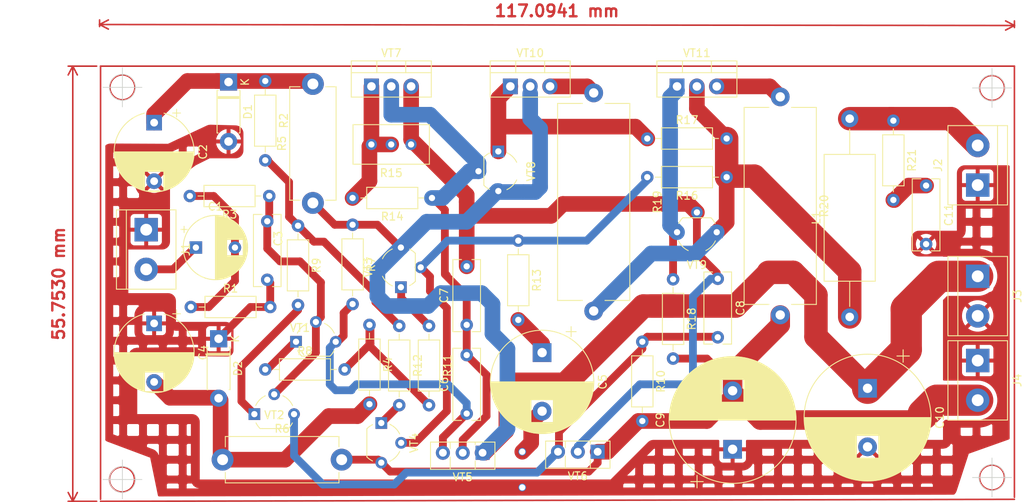
<source format=kicad_pcb>
(kicad_pcb (version 20211014) (generator pcbnew)

  (general
    (thickness 1.6)
  )

  (paper "A4")
  (layers
    (0 "F.Cu" signal)
    (31 "B.Cu" signal)
    (32 "B.Adhes" user "B.Adhesive")
    (33 "F.Adhes" user "F.Adhesive")
    (34 "B.Paste" user)
    (35 "F.Paste" user)
    (36 "B.SilkS" user "B.Silkscreen")
    (37 "F.SilkS" user "F.Silkscreen")
    (38 "B.Mask" user)
    (39 "F.Mask" user)
    (40 "Dwgs.User" user "User.Drawings")
    (41 "Cmts.User" user "User.Comments")
    (42 "Eco1.User" user "User.Eco1")
    (43 "Eco2.User" user "User.Eco2")
    (44 "Edge.Cuts" user)
    (45 "Margin" user)
    (46 "B.CrtYd" user "B.Courtyard")
    (47 "F.CrtYd" user "F.Courtyard")
    (48 "B.Fab" user)
    (49 "F.Fab" user)
    (50 "User.1" user)
    (51 "User.2" user)
    (52 "User.3" user)
    (53 "User.4" user)
    (54 "User.5" user)
    (55 "User.6" user)
    (56 "User.7" user)
    (57 "User.8" user)
    (58 "User.9" user)
  )

  (setup
    (stackup
      (layer "F.SilkS" (type "Top Silk Screen"))
      (layer "F.Paste" (type "Top Solder Paste"))
      (layer "F.Mask" (type "Top Solder Mask") (thickness 0.01))
      (layer "F.Cu" (type "copper") (thickness 0.035))
      (layer "dielectric 1" (type "core") (thickness 1.51) (material "FR4") (epsilon_r 4.5) (loss_tangent 0.02))
      (layer "B.Cu" (type "copper") (thickness 0.035))
      (layer "B.Mask" (type "Bottom Solder Mask") (thickness 0.01))
      (layer "B.Paste" (type "Bottom Solder Paste"))
      (layer "B.SilkS" (type "Bottom Silk Screen"))
      (copper_finish "None")
      (dielectric_constraints no)
    )
    (pad_to_mask_clearance 0)
    (pcbplotparams
      (layerselection 0x00010fc_ffffffff)
      (disableapertmacros false)
      (usegerberextensions false)
      (usegerberattributes true)
      (usegerberadvancedattributes true)
      (creategerberjobfile true)
      (svguseinch false)
      (svgprecision 6)
      (excludeedgelayer true)
      (plotframeref false)
      (viasonmask false)
      (mode 1)
      (useauxorigin false)
      (hpglpennumber 1)
      (hpglpenspeed 20)
      (hpglpendiameter 15.000000)
      (dxfpolygonmode true)
      (dxfimperialunits true)
      (dxfusepcbnewfont true)
      (psnegative false)
      (psa4output false)
      (plotreference true)
      (plotvalue true)
      (plotinvisibletext false)
      (sketchpadsonfab false)
      (subtractmaskfromsilk false)
      (outputformat 1)
      (mirror false)
      (drillshape 1)
      (scaleselection 1)
      (outputdirectory "")
    )
  )

  (net 0 "")
  (net 1 "Net-(C1-Pad1)")
  (net 2 "Net-(C1-Pad2)")
  (net 3 "GNDD")
  (net 4 "Net-(C2-Pad1)")
  (net 5 "Net-(C4-Pad2)")
  (net 6 "Net-(C5-Pad1)")
  (net 7 "Net-(C3-Pad1)")
  (net 8 "Net-(C6-Pad1)")
  (net 9 "Net-(C7-Pad2)")
  (net 10 "Net-(C9-Pad2)")
  (net 11 "Net-(C10-Pad1)")
  (net 12 "Net-(C11-Pad1)")
  (net 13 "Net-(J2-Pad2)")
  (net 14 "Net-(L1-Pad1)")
  (net 15 "Net-(R12-Pad1)")
  (net 16 "Net-(R11-Pad2)")
  (net 17 "Net-(R8-Pad1)")
  (net 18 "Net-(R9-Pad2)")
  (net 19 "Net-(R11-Pad1)")
  (net 20 "Net-(R12-Pad2)")
  (net 21 "Net-(R13-Pad1)")
  (net 22 "Net-(R14-Pad2)")
  (net 23 "Net-(R17-Pad1)")
  (net 24 "Net-(R18-Pad1)")
  (net 25 "Net-(R19-Pad1)")
  (net 26 "Net-(R20-Pad1)")
  (net 27 "Net-(C6-Pad2)")
  (net 28 "Net-(C8-Pad2)")

  (footprint "Resistor_THT:R_Axial_DIN0207_L6.3mm_D2.5mm_P10.16mm_Horizontal" (layer "F.Cu") (at 94.234 80.899 -90))

  (footprint "Capacitor_THT:CP_Radial_D16.0mm_P7.50mm" (layer "F.Cu") (at 133.096 96.714 90))

  (footprint "Capacitor_THT:CP_Radial_D8.0mm_P5.00mm" (layer "F.Cu") (at 64.399349 70.866))

  (footprint "Resistor_THT:R_Axial_DIN0614_L14.3mm_D5.7mm_P15.24mm_Horizontal" (layer "F.Cu") (at 79.375 65.151 90))

  (footprint "Resistor_THT:R_Axial_DIN0207_L6.3mm_D2.5mm_P10.16mm_Horizontal" (layer "F.Cu") (at 86.614 80.772 -90))

  (footprint "Resistor_THT:R_Axial_DIN0614_L14.3mm_D5.7mm_P15.24mm_Horizontal" (layer "F.Cu") (at 67.818 98.044))

  (footprint "Resistor_THT:R_Axial_DIN0207_L6.3mm_D2.5mm_P10.16mm_Horizontal" (layer "F.Cu") (at 77.47 68.072 -90))

  (footprint "Package_TO_SOT_THT:TO-220-3_Vertical" (layer "F.Cu") (at 104.648 50.221))

  (footprint "Package_TO_SOT_THT:TO-92_Wide" (layer "F.Cu") (at 88.13 93.345 -90))

  (footprint "Package_TO_SOT_THT:TO-126-3_Vertical" (layer "F.Cu") (at 115.824 97.028 180))

  (footprint "Resistor_THT:R_Axial_DIN0207_L6.3mm_D2.5mm_P10.16mm_Horizontal" (layer "F.Cu") (at 122.174 56.896))

  (footprint "Capacitor_THT:C_Rect_L9.0mm_W3.3mm_P7.50mm_MKT" (layer "F.Cu") (at 157.861 62.925 -90))

  (footprint "Resistor_THT:R_Axial_DIN0207_L6.3mm_D2.5mm_P10.16mm_Horizontal" (layer "F.Cu") (at 90.424 80.899 -90))

  (footprint "Resistor_THT:R_Axial_DIN0207_L6.3mm_D2.5mm_P10.16mm_Horizontal" (layer "F.Cu") (at 73.279 86.487))

  (footprint "Resistor_THT:R_Axial_Power_L25.0mm_W9.0mm_P27.94mm" (layer "F.Cu") (at 115.316 51.054 -90))

  (footprint "Capacitor_THT:CP_Radial_D13.0mm_P7.50mm" (layer "F.Cu") (at 108.712 84.328 -90))

  (footprint "TerminalBlock:TerminalBlock_bornier-2_P5.08mm" (layer "F.Cu") (at 164.465 74.549 -90))

  (footprint "Resistor_THT:R_Axial_Power_L25.0mm_W9.0mm_P27.94mm" (layer "F.Cu") (at 139.192 51.562 -90))

  (footprint "Capacitor_THT:C_Rect_L9.0mm_W3.3mm_P7.50mm_MKT" (layer "F.Cu") (at 99.06 80.772 90))

  (footprint "Diode_THT:D_DO-41_SOD81_P7.62mm_Horizontal" (layer "F.Cu") (at 68.58 49.657 -90))

  (footprint "TerminalBlock:TerminalBlock_bornier-2_P5.08mm" (layer "F.Cu") (at 164.465 85.344 -90))

  (footprint "Package_TO_SOT_THT:TO-92_Wide" (layer "F.Cu") (at 71.882 92.21))

  (footprint "Package_TO_SOT_THT:TO-220-3_Vertical" (layer "F.Cu") (at 125.984 50.221))

  (footprint "Resistor_THT:R_Axial_DIN0207_L6.3mm_D2.5mm_P10.16mm_Horizontal" (layer "F.Cu") (at 73.787 64.262 180))

  (footprint "Capacitor_THT:C_Rect_L9.0mm_W3.3mm_P7.50mm_MKT" (layer "F.Cu") (at 131.191 74.863 -90))

  (footprint "Inductor_THT:L_Axial_L16.0mm_D6.3mm_P25.40mm_Horizontal_Fastron_VHBCC" (layer "F.Cu") (at 148.082 79.756 90))

  (footprint "Resistor_THT:R_Axial_DIN0207_L6.3mm_D2.5mm_P10.16mm_Horizontal" (layer "F.Cu") (at 105.664 69.977 -90))

  (footprint "Resistor_THT:R_Axial_DIN0207_L6.3mm_D2.5mm_P10.16mm_Horizontal" (layer "F.Cu") (at 73.279 49.53 -90))

  (footprint "Package_TO_SOT_THT:TO-92_Wide" (layer "F.Cu") (at 131.064 68.902 180))

  (footprint "Package_TO_SOT_THT:TO-92_Wide" (layer "F.Cu") (at 103.1085 58.547 -90))

  (footprint "Package_TO_SOT_THT:TO-126-3_Vertical" (layer "F.Cu")
    (tedit 5AC8BA0D) (tstamp 9837055f-bf5e-4954-8280-ed9910e1a85c)
    (at 101.092 97.161 180)
    (descr "TO-126-3, Vertical, RM 2.54mm, see https://www.diodes.com/assets/Package-Files/TO126.pdf")
    (tags "TO-126-3 Vertical RM 2.54mm")
    (property "Sheetfile" "умзч-irf510.kicad_sch")
    (property "Sheetname" "")
    (path "/53b078ae-cc6c-4bd5-a92a-413aaa5f20f2")
    (attr through_hole)
    (fp_text reference "VT5" (at 2.54 -3.12) (layer "F.SilkS")
      (effects (font (size 1 1) (thickness 0.15)))
      (tstamp b32055b2-7cd9-4abf-849a-b94609780bc4)
    )
    (fp_text value "КТ814Г" (at 2.54 2.5) (layer "F.Fab")
      (effects (font (size 1 1) (thickness 0.15)))
      (tstamp 6c412ac1-893a-4e10-89c5-09e31b8ac2bc)
    )
    (fp_text user "${REFERENCE}" (at 2.54 -3.12) (layer "F.Fab")
      (effects (font (size 1 1) (thickness 0.15)))
      (tstamp 6c79fdd3-84d9-4e24-8ccb-140cc04dce23)
    )
    (fp_line (start 4.141 0.54) (end 4.141 1.37) (layer "F.SilkS") (width 0.12) (tstamp 0d6c2fb7-777a-4a73-b6ac-90069ecf123e))
    (fp_line (start -1.58 1.37) (end 6.66 1.37) (layer "F.SilkS") (width 0.12) (tstamp 268764ff-1af2-48e9-b8da-c96c59fa452e))
    (fp_line (start 4.141 -2.12) (end 4.141 -0.54) (layer "F.SilkS") (width 0.12) (tstamp 87c9c986-ad75-44d9-957a-a4bb5be492ed))
    (fp_line (start 0.94 1.05) (end 0.94 1.37) (layer "F.SilkS") (width 0.12) (tstamp 90ca9db1-97bd-4063-b3b0-ba3b95e26465))
    (fp_line (start 0.94 -2.12) (end 0.94 -1.05) (layer "F.SilkS") (width 0.12) (tstamp a7fd1656-3f34-4bd4-a39f-9bb94f689845))
    (fp_line (start -1.58 -2.12) (end 6.66 -2.12) (layer "F.SilkS") (width 0.12) (tstamp bc554e0f-52a0-4286-b525-abaedb583b98))
    (fp_line (start -1.58 -2.12) (end -1.58 1.37) (layer "F.SilkS") (width 0.12) (tstamp c643176e-6378-4cd4-8bf7-0cce246d5b4f))
    (fp_line (start 6.66 -2.12) (end 6.66 1.37) (layer "F.SilkS") (width 0.12) (tstamp d83ee842-a690-490f-8a86-750a38503b52))
    (fp_line (start -1.71 1.5) (end 6.79 1.5) (layer "F.CrtYd") (width 0.05) (tstamp 098e7835-74f1-4ed1-b58f-ebb0c8e66410))
    (fp_line (start -1.71 -2.25) (end -1.71 1.5) (layer "F.CrtYd") (width 0.05) (tstamp 3c8d54e6-298b-4408-8fe4-c657c215b704))
    (fp_line (start 6.79 -2.25) (end -1.71 -2.25) (layer "F.CrtYd") (width 0.05) (tstamp 930ff7a4-7f48-4b8c-8365-7f2b4d75a531))
    (fp_line (start 6.79 1.5) (end 6.79 -2.25) (layer "F.CrtYd") (width 0.05) (tstamp a6725e2b-06e3-4a70-b61a-569da9666128))
    (fp_line (start 6.54 -2) (end -1.46 -2) (layer "F.Fab") (width 0.1) (tstamp 246bf584-bf97-4524-8051-0b684ce8fe55))
    (fp_line (start 0.94 -2) (end 0.94 1.25) (layer "F.Fab") (width 0.1) (tstamp 33c04fd9-bbbb-4c24-85af-0b03b0a2d205))
    (fp_line (start -1.46 1.25) (end 6.54 1.25) (layer "F.Fab") (width 0.1) (tstamp 3dd3ca68-8c16-4732-898b-af7999a813fa))
    (fp_line (start 6.54 1.25) (end 6.54 -2) (layer "F.Fab") (width 0.1) (tstamp 4f200266-248b-4251-bed9-07b1660a0a6e))
    (fp_line (start 4.14 -2) (end 4.14 1.25) (layer "F.Fab") (width 0.1) (tstamp 7a131093-1f47-4514-9dd8-bf66ea4575e5))
    (fp_line (start -1.46 -2) (end -1.46 1.25) (layer "F.Fab") (width 0.1) (tstamp cc82661b-c3af-435b-9a8d-6c56a0f5a324))
    (pad "1" thru_hole rect (at 0 0 180) (size 1.8 1.8) (drill 1) (layers *.Cu *.Mask)
      (net 11 "Net-(C10-Pad1)") (pinfunction "E") (pintype "passive") (tstamp 4142144a-d627-4d93-8094-2dec4891e317))
    (pad "2" thru_hole oval (at 2.54 0 180) (size 1.8 1.8) (drill 1) (layers *.Cu *.Mask)
      (net 27 "Net-(C6-Pad2)") (pinfunction "C") (pintype "passive") (tstamp e9ca8e17-017f-47e6-83cb-2c9c48b00a2e))
    (pad "3" thru_hol
... [286894 chars truncated]
</source>
